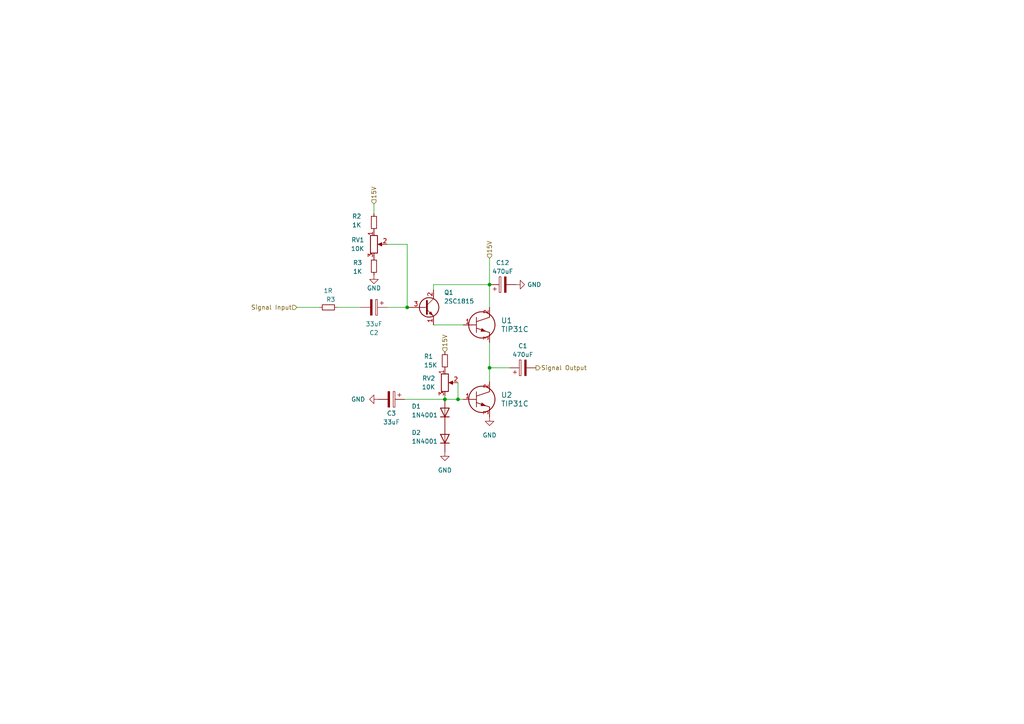
<source format=kicad_sch>
(kicad_sch (version 20230121) (generator eeschema)

  (uuid 1713b902-fc37-48a5-9cf5-b4caf37d6a93)

  (paper "A4")

  (lib_symbols
    (symbol "Device:C_Polarized" (pin_numbers hide) (pin_names (offset 0.254)) (in_bom yes) (on_board yes)
      (property "Reference" "C" (at 0.635 2.54 0)
        (effects (font (size 1.27 1.27)) (justify left))
      )
      (property "Value" "C_Polarized" (at 0.635 -2.54 0)
        (effects (font (size 1.27 1.27)) (justify left))
      )
      (property "Footprint" "" (at 0.9652 -3.81 0)
        (effects (font (size 1.27 1.27)) hide)
      )
      (property "Datasheet" "~" (at 0 0 0)
        (effects (font (size 1.27 1.27)) hide)
      )
      (property "ki_keywords" "cap capacitor" (at 0 0 0)
        (effects (font (size 1.27 1.27)) hide)
      )
      (property "ki_description" "Polarized capacitor" (at 0 0 0)
        (effects (font (size 1.27 1.27)) hide)
      )
      (property "ki_fp_filters" "CP_*" (at 0 0 0)
        (effects (font (size 1.27 1.27)) hide)
      )
      (symbol "C_Polarized_0_1"
        (rectangle (start -2.286 0.508) (end 2.286 1.016)
          (stroke (width 0) (type default))
          (fill (type none))
        )
        (polyline
          (pts
            (xy -1.778 2.286)
            (xy -0.762 2.286)
          )
          (stroke (width 0) (type default))
          (fill (type none))
        )
        (polyline
          (pts
            (xy -1.27 2.794)
            (xy -1.27 1.778)
          )
          (stroke (width 0) (type default))
          (fill (type none))
        )
        (rectangle (start 2.286 -0.508) (end -2.286 -1.016)
          (stroke (width 0) (type default))
          (fill (type outline))
        )
      )
      (symbol "C_Polarized_1_1"
        (pin passive line (at 0 3.81 270) (length 2.794)
          (name "~" (effects (font (size 1.27 1.27))))
          (number "1" (effects (font (size 1.27 1.27))))
        )
        (pin passive line (at 0 -3.81 90) (length 2.794)
          (name "~" (effects (font (size 1.27 1.27))))
          (number "2" (effects (font (size 1.27 1.27))))
        )
      )
    )
    (symbol "Device:R_Potentiometer" (pin_names (offset 1.016) hide) (in_bom yes) (on_board yes)
      (property "Reference" "RV" (at -4.445 0 90)
        (effects (font (size 1.27 1.27)))
      )
      (property "Value" "R_Potentiometer" (at -2.54 0 90)
        (effects (font (size 1.27 1.27)))
      )
      (property "Footprint" "" (at 0 0 0)
        (effects (font (size 1.27 1.27)) hide)
      )
      (property "Datasheet" "~" (at 0 0 0)
        (effects (font (size 1.27 1.27)) hide)
      )
      (property "ki_keywords" "resistor variable" (at 0 0 0)
        (effects (font (size 1.27 1.27)) hide)
      )
      (property "ki_description" "Potentiometer" (at 0 0 0)
        (effects (font (size 1.27 1.27)) hide)
      )
      (property "ki_fp_filters" "Potentiometer*" (at 0 0 0)
        (effects (font (size 1.27 1.27)) hide)
      )
      (symbol "R_Potentiometer_0_1"
        (polyline
          (pts
            (xy 2.54 0)
            (xy 1.524 0)
          )
          (stroke (width 0) (type default))
          (fill (type none))
        )
        (polyline
          (pts
            (xy 1.143 0)
            (xy 2.286 0.508)
            (xy 2.286 -0.508)
            (xy 1.143 0)
          )
          (stroke (width 0) (type default))
          (fill (type outline))
        )
        (rectangle (start 1.016 2.54) (end -1.016 -2.54)
          (stroke (width 0.254) (type default))
          (fill (type none))
        )
      )
      (symbol "R_Potentiometer_1_1"
        (pin passive line (at 0 3.81 270) (length 1.27)
          (name "1" (effects (font (size 1.27 1.27))))
          (number "1" (effects (font (size 1.27 1.27))))
        )
        (pin passive line (at 3.81 0 180) (length 1.27)
          (name "2" (effects (font (size 1.27 1.27))))
          (number "2" (effects (font (size 1.27 1.27))))
        )
        (pin passive line (at 0 -3.81 90) (length 1.27)
          (name "3" (effects (font (size 1.27 1.27))))
          (number "3" (effects (font (size 1.27 1.27))))
        )
      )
    )
    (symbol "Device:R_Small" (pin_numbers hide) (pin_names (offset 0.254) hide) (in_bom yes) (on_board yes)
      (property "Reference" "R" (at 0.762 0.508 0)
        (effects (font (size 1.27 1.27)) (justify left))
      )
      (property "Value" "R_Small" (at 0.762 -1.016 0)
        (effects (font (size 1.27 1.27)) (justify left))
      )
      (property "Footprint" "" (at 0 0 0)
        (effects (font (size 1.27 1.27)) hide)
      )
      (property "Datasheet" "~" (at 0 0 0)
        (effects (font (size 1.27 1.27)) hide)
      )
      (property "ki_keywords" "R resistor" (at 0 0 0)
        (effects (font (size 1.27 1.27)) hide)
      )
      (property "ki_description" "Resistor, small symbol" (at 0 0 0)
        (effects (font (size 1.27 1.27)) hide)
      )
      (property "ki_fp_filters" "R_*" (at 0 0 0)
        (effects (font (size 1.27 1.27)) hide)
      )
      (symbol "R_Small_0_1"
        (rectangle (start -0.762 1.778) (end 0.762 -1.778)
          (stroke (width 0.2032) (type default))
          (fill (type none))
        )
      )
      (symbol "R_Small_1_1"
        (pin passive line (at 0 2.54 270) (length 0.762)
          (name "~" (effects (font (size 1.27 1.27))))
          (number "1" (effects (font (size 1.27 1.27))))
        )
        (pin passive line (at 0 -2.54 90) (length 0.762)
          (name "~" (effects (font (size 1.27 1.27))))
          (number "2" (effects (font (size 1.27 1.27))))
        )
      )
    )
    (symbol "Diode:1N4001" (pin_numbers hide) (pin_names hide) (in_bom yes) (on_board yes)
      (property "Reference" "D" (at 0 2.54 0)
        (effects (font (size 1.27 1.27)))
      )
      (property "Value" "1N4001" (at 0 -2.54 0)
        (effects (font (size 1.27 1.27)))
      )
      (property "Footprint" "Diode_THT:D_DO-41_SOD81_P10.16mm_Horizontal" (at 0 0 0)
        (effects (font (size 1.27 1.27)) hide)
      )
      (property "Datasheet" "http://www.vishay.com/docs/88503/1n4001.pdf" (at 0 0 0)
        (effects (font (size 1.27 1.27)) hide)
      )
      (property "Sim.Device" "D" (at 0 0 0)
        (effects (font (size 1.27 1.27)) hide)
      )
      (property "Sim.Pins" "1=K 2=A" (at 0 0 0)
        (effects (font (size 1.27 1.27)) hide)
      )
      (property "ki_keywords" "diode" (at 0 0 0)
        (effects (font (size 1.27 1.27)) hide)
      )
      (property "ki_description" "50V 1A General Purpose Rectifier Diode, DO-41" (at 0 0 0)
        (effects (font (size 1.27 1.27)) hide)
      )
      (property "ki_fp_filters" "D*DO?41*" (at 0 0 0)
        (effects (font (size 1.27 1.27)) hide)
      )
      (symbol "1N4001_0_1"
        (polyline
          (pts
            (xy -1.27 1.27)
            (xy -1.27 -1.27)
          )
          (stroke (width 0.254) (type default))
          (fill (type none))
        )
        (polyline
          (pts
            (xy 1.27 0)
            (xy -1.27 0)
          )
          (stroke (width 0) (type default))
          (fill (type none))
        )
        (polyline
          (pts
            (xy 1.27 1.27)
            (xy 1.27 -1.27)
            (xy -1.27 0)
            (xy 1.27 1.27)
          )
          (stroke (width 0.254) (type default))
          (fill (type none))
        )
      )
      (symbol "1N4001_1_1"
        (pin passive line (at -3.81 0 0) (length 2.54)
          (name "K" (effects (font (size 1.27 1.27))))
          (number "1" (effects (font (size 1.27 1.27))))
        )
        (pin passive line (at 3.81 0 180) (length 2.54)
          (name "A" (effects (font (size 1.27 1.27))))
          (number "2" (effects (font (size 1.27 1.27))))
        )
      )
    )
    (symbol "Kerrin:TIP31C" (pin_names (offset 0.254)) (in_bom yes) (on_board yes)
      (property "Reference" "U" (at 10.16 2.54 0)
        (effects (font (size 1.524 1.524)))
      )
      (property "Value" "TIP31C" (at 10.16 -2.54 0)
        (effects (font (size 1.524 1.524)))
      )
      (property "Footprint" "" (at 0 0 0)
        (effects (font (size 1.27 1.27) italic) hide)
      )
      (property "Datasheet" "TIP31C" (at 0 0 0)
        (effects (font (size 1.27 1.27) italic) hide)
      )
      (property "ki_keywords" "TIP31C" (at 0 0 0)
        (effects (font (size 1.27 1.27)) hide)
      )
      (property "ki_fp_filters" "TO-220_STM" (at 0 0 0)
        (effects (font (size 1.27 1.27)) hide)
      )
      (symbol "TIP31C_1_1"
        (polyline
          (pts
            (xy 2.54 0)
            (xy 3.81 0)
          )
          (stroke (width 0.2032) (type default))
          (fill (type none))
        )
        (polyline
          (pts
            (xy 3.81 -2.2098)
            (xy 3.81 2.2098)
          )
          (stroke (width 0.2032) (type default))
          (fill (type none))
        )
        (polyline
          (pts
            (xy 3.81 -0.9398)
            (xy 7.62 -2.2098)
          )
          (stroke (width 0.2032) (type default))
          (fill (type none))
        )
        (polyline
          (pts
            (xy 3.81 0.9398)
            (xy 7.62 2.2098)
          )
          (stroke (width 0.2032) (type default))
          (fill (type none))
        )
        (polyline
          (pts
            (xy 7.62 -2.54)
            (xy 7.62 -2.2098)
          )
          (stroke (width 0.2032) (type default))
          (fill (type none))
        )
        (polyline
          (pts
            (xy 7.62 2.2098)
            (xy 7.62 2.54)
          )
          (stroke (width 0.2032) (type default))
          (fill (type none))
        )
        (polyline
          (pts
            (xy 5.3848 -0.9398)
            (xy 5.08 -1.905)
            (xy 6.6548 -1.905)
          )
          (stroke (width 0.0254) (type default))
          (fill (type outline))
        )
        (circle (center 5.3848 0) (radius 3.81)
          (stroke (width 0.254) (type default))
          (fill (type none))
        )
        (pin unspecified line (at 0 0 0) (length 2.54)
          (name "" (effects (font (size 1.27 1.27))))
          (number "1" (effects (font (size 1.27 1.27))))
        )
        (pin unspecified line (at 7.62 5.08 270) (length 2.54)
          (name "" (effects (font (size 1.27 1.27))))
          (number "2" (effects (font (size 1.27 1.27))))
        )
        (pin unspecified line (at 7.62 -5.08 90) (length 2.54)
          (name "" (effects (font (size 1.27 1.27))))
          (number "3" (effects (font (size 1.27 1.27))))
        )
      )
    )
    (symbol "Transistor_BJT:2SC1815" (pin_names (offset 0) hide) (in_bom yes) (on_board yes)
      (property "Reference" "Q" (at 5.08 1.905 0)
        (effects (font (size 1.27 1.27)) (justify left))
      )
      (property "Value" "2SC1815" (at 5.08 0 0)
        (effects (font (size 1.27 1.27)) (justify left))
      )
      (property "Footprint" "Package_TO_SOT_THT:TO-92_Inline" (at 5.08 -1.905 0)
        (effects (font (size 1.27 1.27) italic) (justify left) hide)
      )
      (property "Datasheet" "https://media.digikey.com/pdf/Data%20Sheets/Toshiba%20PDFs/2SC1815.pdf" (at 0 0 0)
        (effects (font (size 1.27 1.27)) (justify left) hide)
      )
      (property "ki_keywords" "Low Noise Audio NPN Transistor" (at 0 0 0)
        (effects (font (size 1.27 1.27)) hide)
      )
      (property "ki_description" "0.15A Ic, 50V Vce, Low Noise Audio NPN Transistor, TO-92" (at 0 0 0)
        (effects (font (size 1.27 1.27)) hide)
      )
      (property "ki_fp_filters" "TO?92*" (at 0 0 0)
        (effects (font (size 1.27 1.27)) hide)
      )
      (symbol "2SC1815_0_1"
        (polyline
          (pts
            (xy 0 0)
            (xy 0.508 0)
          )
          (stroke (width 0) (type default))
          (fill (type none))
        )
        (polyline
          (pts
            (xy 0.635 0.635)
            (xy 2.54 2.54)
          )
          (stroke (width 0) (type default))
          (fill (type none))
        )
        (polyline
          (pts
            (xy 0.635 -0.635)
            (xy 2.54 -2.54)
            (xy 2.54 -2.54)
          )
          (stroke (width 0) (type default))
          (fill (type none))
        )
        (polyline
          (pts
            (xy 0.635 1.905)
            (xy 0.635 -1.905)
            (xy 0.635 -1.905)
          )
          (stroke (width 0.508) (type default))
          (fill (type none))
        )
        (polyline
          (pts
            (xy 1.27 -1.778)
            (xy 1.778 -1.27)
            (xy 2.286 -2.286)
            (xy 1.27 -1.778)
            (xy 1.27 -1.778)
          )
          (stroke (width 0) (type default))
          (fill (type outline))
        )
        (circle (center 1.27 0) (radius 2.8194)
          (stroke (width 0.254) (type default))
          (fill (type none))
        )
      )
      (symbol "2SC1815_1_1"
        (pin passive line (at 2.54 -5.08 90) (length 2.54)
          (name "E" (effects (font (size 1.27 1.27))))
          (number "1" (effects (font (size 1.27 1.27))))
        )
        (pin passive line (at 2.54 5.08 270) (length 2.54)
          (name "C" (effects (font (size 1.27 1.27))))
          (number "2" (effects (font (size 1.27 1.27))))
        )
        (pin input line (at -5.08 0 0) (length 5.08)
          (name "B" (effects (font (size 1.27 1.27))))
          (number "3" (effects (font (size 1.27 1.27))))
        )
      )
    )
    (symbol "power:GND" (power) (pin_names (offset 0)) (in_bom yes) (on_board yes)
      (property "Reference" "#PWR" (at 0 -6.35 0)
        (effects (font (size 1.27 1.27)) hide)
      )
      (property "Value" "GND" (at 0 -3.81 0)
        (effects (font (size 1.27 1.27)))
      )
      (property "Footprint" "" (at 0 0 0)
        (effects (font (size 1.27 1.27)) hide)
      )
      (property "Datasheet" "" (at 0 0 0)
        (effects (font (size 1.27 1.27)) hide)
      )
      (property "ki_keywords" "global power" (at 0 0 0)
        (effects (font (size 1.27 1.27)) hide)
      )
      (property "ki_description" "Power symbol creates a global label with name \"GND\" , ground" (at 0 0 0)
        (effects (font (size 1.27 1.27)) hide)
      )
      (symbol "GND_0_1"
        (polyline
          (pts
            (xy 0 0)
            (xy 0 -1.27)
            (xy 1.27 -1.27)
            (xy 0 -2.54)
            (xy -1.27 -1.27)
            (xy 0 -1.27)
          )
          (stroke (width 0) (type default))
          (fill (type none))
        )
      )
      (symbol "GND_1_1"
        (pin power_in line (at 0 0 270) (length 0) hide
          (name "GND" (effects (font (size 1.27 1.27))))
          (number "1" (effects (font (size 1.27 1.27))))
        )
      )
    )
  )

  (junction (at 129.032 115.824) (diameter 0) (color 0 0 0 0)
    (uuid 8d78a8ec-14ba-45d3-a9d3-b5c5444c8ffb)
  )
  (junction (at 118.11 89.154) (diameter 0) (color 0 0 0 0)
    (uuid 9e544827-ec37-43df-9970-270116db0710)
  )
  (junction (at 141.986 106.68) (diameter 0) (color 0 0 0 0)
    (uuid c9eac1b6-b403-4ffa-aea0-d4cdf5394782)
  )
  (junction (at 141.986 82.55) (diameter 0) (color 0 0 0 0)
    (uuid d8fd4860-a08d-4004-ac22-03b7dda7a52c)
  )
  (junction (at 132.842 115.824) (diameter 0) (color 0 0 0 0)
    (uuid e7ff9908-6c2c-430c-8971-da9ca82372ca)
  )

  (wire (pts (xy 108.458 59.182) (xy 108.458 61.976))
    (stroke (width 0) (type default))
    (uuid 348e0476-126f-4971-873c-41a665fdd0e3)
  )
  (wire (pts (xy 129.032 114.808) (xy 129.032 115.824))
    (stroke (width 0) (type default))
    (uuid 3649a2e1-45b8-4b21-8386-08aabbebbd35)
  )
  (wire (pts (xy 97.79 89.154) (xy 104.648 89.154))
    (stroke (width 0) (type default))
    (uuid 4ae87a34-57ad-45f7-b8c5-e5fe23b08292)
  )
  (wire (pts (xy 125.73 82.55) (xy 141.986 82.55))
    (stroke (width 0) (type default))
    (uuid 62b72c9e-ee8d-4776-9da5-63183cc71308)
  )
  (wire (pts (xy 129.032 115.824) (xy 132.842 115.824))
    (stroke (width 0) (type default))
    (uuid 745245aa-2621-4417-9571-1d1c0f9e93d1)
  )
  (wire (pts (xy 141.986 106.68) (xy 141.986 110.744))
    (stroke (width 0) (type default))
    (uuid 7986c00c-938e-48ff-9642-24006ff46045)
  )
  (wire (pts (xy 118.11 70.866) (xy 118.11 89.154))
    (stroke (width 0) (type default))
    (uuid 7d8f77d9-335c-40b3-aa3b-b865cc97a012)
  )
  (wire (pts (xy 118.11 70.866) (xy 112.268 70.866))
    (stroke (width 0) (type default))
    (uuid 7e7e498b-07f3-4bd8-8c42-c8378fd22df7)
  )
  (wire (pts (xy 147.828 106.68) (xy 141.986 106.68))
    (stroke (width 0) (type default))
    (uuid 84b8953d-3ec6-4404-958b-7fc9462d1887)
  )
  (wire (pts (xy 134.366 94.234) (xy 125.73 94.234))
    (stroke (width 0) (type default))
    (uuid 85bd1461-0a1b-4e6c-90b6-3ef57120588c)
  )
  (wire (pts (xy 132.842 110.998) (xy 132.842 115.824))
    (stroke (width 0) (type default))
    (uuid 9d5877f9-7408-4cca-8c4c-c65a2126c35b)
  )
  (wire (pts (xy 132.842 115.824) (xy 134.366 115.824))
    (stroke (width 0) (type default))
    (uuid a16527df-3055-44fa-8368-d219c38355f1)
  )
  (wire (pts (xy 125.73 82.55) (xy 125.73 84.074))
    (stroke (width 0) (type default))
    (uuid ad4841ed-4f8f-4be5-90d2-87d0b10d87fd)
  )
  (wire (pts (xy 141.986 82.55) (xy 141.986 89.154))
    (stroke (width 0) (type default))
    (uuid b0059a93-6f29-4dd4-9229-1875893c4076)
  )
  (wire (pts (xy 86.106 89.154) (xy 92.71 89.154))
    (stroke (width 0) (type default))
    (uuid d4dc0c52-48c1-4a81-b6d7-7d2db21386c4)
  )
  (wire (pts (xy 141.986 99.314) (xy 141.986 106.68))
    (stroke (width 0) (type default))
    (uuid e00e1d67-4e43-49ea-ab82-893135f225d9)
  )
  (wire (pts (xy 141.986 74.93) (xy 141.986 82.55))
    (stroke (width 0) (type default))
    (uuid e237080f-2821-49f5-8d53-08fbce1578a8)
  )
  (wire (pts (xy 117.348 115.824) (xy 129.032 115.824))
    (stroke (width 0) (type default))
    (uuid ed232b63-541c-43e0-b049-594f41913143)
  )
  (wire (pts (xy 112.268 89.154) (xy 118.11 89.154))
    (stroke (width 0) (type default))
    (uuid f9176173-7bf2-423f-9835-9bb88b8812c3)
  )

  (hierarchical_label "15V" (shape input) (at 108.458 59.182 90) (fields_autoplaced)
    (effects (font (size 1.27 1.27)) (justify left))
    (uuid 1c78adba-b7cc-47a9-a284-19425ffffb6c)
  )
  (hierarchical_label "Signal Input" (shape input) (at 86.106 89.154 180) (fields_autoplaced)
    (effects (font (size 1.27 1.27)) (justify right))
    (uuid 2d69ad60-6f68-47d3-bd75-e50dbc55f1c5)
  )
  (hierarchical_label "Signal Output" (shape output) (at 155.448 106.68 0) (fields_autoplaced)
    (effects (font (size 1.27 1.27)) (justify left))
    (uuid 34a78363-0a8d-4376-a532-8d5bbd6e7610)
  )
  (hierarchical_label "15V" (shape input) (at 129.032 102.108 90) (fields_autoplaced)
    (effects (font (size 1.27 1.27)) (justify left))
    (uuid 3af8762a-1078-4b75-836e-65467ef48beb)
  )
  (hierarchical_label "15V" (shape input) (at 141.986 74.93 90) (fields_autoplaced)
    (effects (font (size 1.27 1.27)) (justify left))
    (uuid 55d4dab7-9fc1-4fd7-8996-56cee383c6eb)
  )

  (symbol (lib_id "Kerrin:TIP31C") (at 134.366 115.824 0) (unit 1)
    (in_bom yes) (on_board yes) (dnp no) (fields_autoplaced)
    (uuid 042e3c1f-d7ca-49d6-a5e6-fe7dc0b9ccb8)
    (property "Reference" "U2" (at 145.288 114.554 0)
      (effects (font (size 1.524 1.524)) (justify left))
    )
    (property "Value" "TIP31C" (at 145.288 117.094 0)
      (effects (font (size 1.524 1.524)) (justify left))
    )
    (property "Footprint" "Kerrin:TO-220-3_Horizontal_TabUp_FlatLegs" (at 134.366 115.824 0)
      (effects (font (size 1.27 1.27) italic) hide)
    )
    (property "Datasheet" "TIP31C" (at 134.366 115.824 0)
      (effects (font (size 1.27 1.27) italic) hide)
    )
    (pin "1" (uuid e6222665-6aae-467c-9d75-813aebe53006))
    (pin "2" (uuid 06da1a30-3299-4796-8f39-af9d288287ba))
    (pin "3" (uuid 251847ec-846a-4c5f-a3fb-6dc800329142))
    (instances
      (project "Headphone Amplifier - Rev 2"
        (path "/842b3511-2fe8-441f-a549-24048f27a319"
          (reference "U2") (unit 1)
        )
        (path "/842b3511-2fe8-441f-a549-24048f27a319/38d15eec-8f2c-4b86-934e-ea0378dd1481"
          (reference "U8") (unit 1)
        )
        (path "/842b3511-2fe8-441f-a549-24048f27a319/9cb9cd3e-4b97-4275-a0e6-5a9064c292bc"
          (reference "U2") (unit 1)
        )
      )
    )
  )

  (symbol (lib_id "power:GND") (at 129.032 131.064 0) (unit 1)
    (in_bom yes) (on_board yes) (dnp no) (fields_autoplaced)
    (uuid 0a91799a-8810-410b-97af-aefaba8d16d9)
    (property "Reference" "#PWR06" (at 129.032 137.414 0)
      (effects (font (size 1.27 1.27)) hide)
    )
    (property "Value" "GND" (at 129.032 136.398 0)
      (effects (font (size 1.27 1.27)))
    )
    (property "Footprint" "" (at 129.032 131.064 0)
      (effects (font (size 1.27 1.27)) hide)
    )
    (property "Datasheet" "" (at 129.032 131.064 0)
      (effects (font (size 1.27 1.27)) hide)
    )
    (pin "1" (uuid 2f364bb6-09b1-41e4-9eeb-c88201d3a02f))
    (instances
      (project "Headphone Amplifier - Rev 2"
        (path "/842b3511-2fe8-441f-a549-24048f27a319"
          (reference "#PWR06") (unit 1)
        )
        (path "/842b3511-2fe8-441f-a549-24048f27a319/38d15eec-8f2c-4b86-934e-ea0378dd1481"
          (reference "#PWR024") (unit 1)
        )
        (path "/842b3511-2fe8-441f-a549-24048f27a319/9cb9cd3e-4b97-4275-a0e6-5a9064c292bc"
          (reference "#PWR09") (unit 1)
        )
      )
    )
  )

  (symbol (lib_id "power:GND") (at 141.986 120.904 0) (unit 1)
    (in_bom yes) (on_board yes) (dnp no) (fields_autoplaced)
    (uuid 2d03d9c7-3e39-4a64-b7c4-3323cce56c7d)
    (property "Reference" "#PWR05" (at 141.986 127.254 0)
      (effects (font (size 1.27 1.27)) hide)
    )
    (property "Value" "GND" (at 141.986 126.238 0)
      (effects (font (size 1.27 1.27)))
    )
    (property "Footprint" "" (at 141.986 120.904 0)
      (effects (font (size 1.27 1.27)) hide)
    )
    (property "Datasheet" "" (at 141.986 120.904 0)
      (effects (font (size 1.27 1.27)) hide)
    )
    (pin "1" (uuid 0470e8a7-fb2e-4b48-8de3-d8d3c8ef3caa))
    (instances
      (project "Headphone Amplifier - Rev 2"
        (path "/842b3511-2fe8-441f-a549-24048f27a319"
          (reference "#PWR05") (unit 1)
        )
        (path "/842b3511-2fe8-441f-a549-24048f27a319/38d15eec-8f2c-4b86-934e-ea0378dd1481"
          (reference "#PWR025") (unit 1)
        )
        (path "/842b3511-2fe8-441f-a549-24048f27a319/9cb9cd3e-4b97-4275-a0e6-5a9064c292bc"
          (reference "#PWR010") (unit 1)
        )
      )
    )
  )

  (symbol (lib_id "Device:R_Small") (at 108.458 77.216 0) (unit 1)
    (in_bom yes) (on_board yes) (dnp no)
    (uuid 2e09a393-5e55-4eca-8177-a65217d5de1d)
    (property "Reference" "R3" (at 102.362 76.2 0)
      (effects (font (size 1.27 1.27)) (justify left))
    )
    (property "Value" "1K" (at 102.362 78.74 0)
      (effects (font (size 1.27 1.27)) (justify left))
    )
    (property "Footprint" "Kerrin:Resistor_Axial_0.25W_L6.3mm_D2.5mm_P10.16mm" (at 108.458 77.216 0)
      (effects (font (size 1.27 1.27)) hide)
    )
    (property "Datasheet" "~" (at 108.458 77.216 0)
      (effects (font (size 1.27 1.27)) hide)
    )
    (pin "1" (uuid ee545e03-e0eb-40d9-adaa-8dd4a1621b03))
    (pin "2" (uuid b6b91e0c-63ba-4be0-bdad-c051caf5f0ab))
    (instances
      (project "Headphone Amplifier - Rev 2"
        (path "/842b3511-2fe8-441f-a549-24048f27a319"
          (reference "R3") (unit 1)
        )
        (path "/842b3511-2fe8-441f-a549-24048f27a319/38d15eec-8f2c-4b86-934e-ea0378dd1481"
          (reference "R13") (unit 1)
        )
        (path "/842b3511-2fe8-441f-a549-24048f27a319/9cb9cd3e-4b97-4275-a0e6-5a9064c292bc"
          (reference "R2") (unit 1)
        )
      )
    )
  )

  (symbol (lib_id "Transistor_BJT:2SC1815") (at 123.19 89.154 0) (unit 1)
    (in_bom yes) (on_board yes) (dnp no)
    (uuid 37a46457-14eb-45e3-b6a4-282dfdaf46b6)
    (property "Reference" "Q1" (at 128.778 84.836 0)
      (effects (font (size 1.27 1.27)) (justify left))
    )
    (property "Value" "2SC1815" (at 128.778 87.376 0)
      (effects (font (size 1.27 1.27)) (justify left))
    )
    (property "Footprint" "Package_TO_SOT_THT:TO-92_Inline_Wide" (at 128.27 91.059 0)
      (effects (font (size 1.27 1.27) italic) (justify left) hide)
    )
    (property "Datasheet" "https://media.digikey.com/pdf/Data%20Sheets/Toshiba%20PDFs/2SC1815.pdf" (at 123.19 89.154 0)
      (effects (font (size 1.27 1.27)) (justify left) hide)
    )
    (pin "1" (uuid 084efd9a-1f0e-408f-af49-56cfc55f0c77))
    (pin "2" (uuid 805406fb-7459-47b1-95a7-ac8b95a88a56))
    (pin "3" (uuid 0dd0753d-0fc5-452a-9079-1ee3b936b09a))
    (instances
      (project "Headphone Amplifier - Rev 2"
        (path "/842b3511-2fe8-441f-a549-24048f27a319"
          (reference "Q1") (unit 1)
        )
        (path "/842b3511-2fe8-441f-a549-24048f27a319/38d15eec-8f2c-4b86-934e-ea0378dd1481"
          (reference "Q3") (unit 1)
        )
        (path "/842b3511-2fe8-441f-a549-24048f27a319/9cb9cd3e-4b97-4275-a0e6-5a9064c292bc"
          (reference "Q1") (unit 1)
        )
      )
    )
  )

  (symbol (lib_id "Device:R_Small") (at 129.032 104.648 0) (unit 1)
    (in_bom yes) (on_board yes) (dnp no)
    (uuid 3b4b85d2-223e-4ed9-ac97-6b1bf482ef0a)
    (property "Reference" "R1" (at 122.936 103.378 0)
      (effects (font (size 1.27 1.27)) (justify left))
    )
    (property "Value" "15K" (at 122.936 105.918 0)
      (effects (font (size 1.27 1.27)) (justify left))
    )
    (property "Footprint" "Kerrin:Resistor_Axial_0.25W_L6.3mm_D2.5mm_P10.16mm" (at 129.032 104.648 0)
      (effects (font (size 1.27 1.27)) hide)
    )
    (property "Datasheet" "~" (at 129.032 104.648 0)
      (effects (font (size 1.27 1.27)) hide)
    )
    (pin "1" (uuid 751aef23-1795-4268-add7-b068d4843b78))
    (pin "2" (uuid af431bd8-ca10-40d9-80db-9ac3b98ddabc))
    (instances
      (project "Headphone Amplifier - Rev 2"
        (path "/842b3511-2fe8-441f-a549-24048f27a319"
          (reference "R1") (unit 1)
        )
        (path "/842b3511-2fe8-441f-a549-24048f27a319/38d15eec-8f2c-4b86-934e-ea0378dd1481"
          (reference "R14") (unit 1)
        )
        (path "/842b3511-2fe8-441f-a549-24048f27a319/9cb9cd3e-4b97-4275-a0e6-5a9064c292bc"
          (reference "R3") (unit 1)
        )
      )
    )
  )

  (symbol (lib_id "Device:R_Small") (at 108.458 64.516 0) (unit 1)
    (in_bom yes) (on_board yes) (dnp no)
    (uuid 4a8536f0-7be7-4fca-a98d-3391a9879cd7)
    (property "Reference" "R2" (at 102.108 62.738 0)
      (effects (font (size 1.27 1.27)) (justify left))
    )
    (property "Value" "1K" (at 102.108 65.278 0)
      (effects (font (size 1.27 1.27)) (justify left))
    )
    (property "Footprint" "Kerrin:Resistor_Axial_0.25W_L6.3mm_D2.5mm_P10.16mm" (at 108.458 64.516 0)
      (effects (font (size 1.27 1.27)) hide)
    )
    (property "Datasheet" "~" (at 108.458 64.516 0)
      (effects (font (size 1.27 1.27)) hide)
    )
    (pin "1" (uuid 409116a0-a172-4493-b28e-18e934492bf6))
    (pin "2" (uuid c34d5f27-fccc-4098-91c2-68f436aa014a))
    (instances
      (project "Headphone Amplifier - Rev 2"
        (path "/842b3511-2fe8-441f-a549-24048f27a319"
          (reference "R2") (unit 1)
        )
        (path "/842b3511-2fe8-441f-a549-24048f27a319/38d15eec-8f2c-4b86-934e-ea0378dd1481"
          (reference "R12") (unit 1)
        )
        (path "/842b3511-2fe8-441f-a549-24048f27a319/9cb9cd3e-4b97-4275-a0e6-5a9064c292bc"
          (reference "R1") (unit 1)
        )
      )
    )
  )

  (symbol (lib_id "power:GND") (at 149.606 82.55 90) (unit 1)
    (in_bom yes) (on_board yes) (dnp no) (fields_autoplaced)
    (uuid 6d4929ce-46ab-49b8-80ad-7347df349a1d)
    (property "Reference" "#PWR010" (at 155.956 82.55 0)
      (effects (font (size 1.27 1.27)) hide)
    )
    (property "Value" "GND" (at 152.908 82.55 90)
      (effects (font (size 1.27 1.27)) (justify right))
    )
    (property "Footprint" "" (at 149.606 82.55 0)
      (effects (font (size 1.27 1.27)) hide)
    )
    (property "Datasheet" "" (at 149.606 82.55 0)
      (effects (font (size 1.27 1.27)) hide)
    )
    (pin "1" (uuid 81baa3a8-ef2f-402b-85f9-5d24ead28e24))
    (instances
      (project "Headphone Amplifier - Rev 2"
        (path "/842b3511-2fe8-441f-a549-24048f27a319"
          (reference "#PWR010") (unit 1)
        )
        (path "/842b3511-2fe8-441f-a549-24048f27a319/38d15eec-8f2c-4b86-934e-ea0378dd1481"
          (reference "#PWR026") (unit 1)
        )
        (path "/842b3511-2fe8-441f-a549-24048f27a319/9cb9cd3e-4b97-4275-a0e6-5a9064c292bc"
          (reference "#PWR014") (unit 1)
        )
      )
    )
  )

  (symbol (lib_id "power:GND") (at 108.458 79.756 0) (unit 1)
    (in_bom yes) (on_board yes) (dnp no)
    (uuid 6e3bc2c9-f686-486d-82c2-54e3ee6b12ff)
    (property "Reference" "#PWR07" (at 108.458 86.106 0)
      (effects (font (size 1.27 1.27)) hide)
    )
    (property "Value" "GND" (at 108.458 83.566 0)
      (effects (font (size 1.27 1.27)))
    )
    (property "Footprint" "" (at 108.458 79.756 0)
      (effects (font (size 1.27 1.27)) hide)
    )
    (property "Datasheet" "" (at 108.458 79.756 0)
      (effects (font (size 1.27 1.27)) hide)
    )
    (pin "1" (uuid 12e2d0d0-c196-4906-abb4-360261fe04e0))
    (instances
      (project "Headphone Amplifier - Rev 2"
        (path "/842b3511-2fe8-441f-a549-24048f27a319"
          (reference "#PWR07") (unit 1)
        )
        (path "/842b3511-2fe8-441f-a549-24048f27a319/38d15eec-8f2c-4b86-934e-ea0378dd1481"
          (reference "#PWR022") (unit 1)
        )
        (path "/842b3511-2fe8-441f-a549-24048f27a319/9cb9cd3e-4b97-4275-a0e6-5a9064c292bc"
          (reference "#PWR06") (unit 1)
        )
      )
    )
  )

  (symbol (lib_id "Diode:1N4001") (at 129.032 127.254 90) (unit 1)
    (in_bom yes) (on_board yes) (dnp no)
    (uuid 7161a98a-40a8-44dc-896d-e233d99253bd)
    (property "Reference" "D2" (at 119.38 125.476 90)
      (effects (font (size 1.27 1.27)) (justify right))
    )
    (property "Value" "1N4001" (at 119.38 128.016 90)
      (effects (font (size 1.27 1.27)) (justify right))
    )
    (property "Footprint" "Diode_THT:D_DO-41_SOD81_P10.16mm_Horizontal" (at 129.032 127.254 0)
      (effects (font (size 1.27 1.27)) hide)
    )
    (property "Datasheet" "http://www.vishay.com/docs/88503/1n4001.pdf" (at 129.032 127.254 0)
      (effects (font (size 1.27 1.27)) hide)
    )
    (property "Sim.Device" "D" (at 129.032 127.254 0)
      (effects (font (size 1.27 1.27)) hide)
    )
    (property "Sim.Pins" "1=K 2=A" (at 129.032 127.254 0)
      (effects (font (size 1.27 1.27)) hide)
    )
    (pin "1" (uuid aecfab45-cf0f-4155-a5e1-4d8027e9214e))
    (pin "2" (uuid c46293a8-dd4f-489c-9e42-96130074750f))
    (instances
      (project "Headphone Amplifier - Rev 2"
        (path "/842b3511-2fe8-441f-a549-24048f27a319"
          (reference "D2") (unit 1)
        )
        (path "/842b3511-2fe8-441f-a549-24048f27a319/38d15eec-8f2c-4b86-934e-ea0378dd1481"
          (reference "D13") (unit 1)
        )
        (path "/842b3511-2fe8-441f-a549-24048f27a319/9cb9cd3e-4b97-4275-a0e6-5a9064c292bc"
          (reference "D2") (unit 1)
        )
      )
    )
  )

  (symbol (lib_id "Kerrin:TIP31C") (at 134.366 94.234 0) (unit 1)
    (in_bom yes) (on_board yes) (dnp no) (fields_autoplaced)
    (uuid 8913611e-08a2-421c-8188-59e93d2f61fa)
    (property "Reference" "U1" (at 145.288 92.964 0)
      (effects (font (size 1.524 1.524)) (justify left))
    )
    (property "Value" "TIP31C" (at 145.288 95.504 0)
      (effects (font (size 1.524 1.524)) (justify left))
    )
    (property "Footprint" "Kerrin:TO-220-3_Horizontal_TabUp_FlatLegs" (at 134.366 94.234 0)
      (effects (font (size 1.27 1.27) italic) hide)
    )
    (property "Datasheet" "TIP31C" (at 134.366 94.234 0)
      (effects (font (size 1.27 1.27) italic) hide)
    )
    (pin "1" (uuid fdaa5a6c-0936-49ba-b272-4cd808cb0a42))
    (pin "2" (uuid f80f8acb-3e20-45b9-b243-b6ef3fd85650))
    (pin "3" (uuid dc50855c-b10b-4f4c-9920-d923f468dd1f))
    (instances
      (project "Headphone Amplifier - Rev 2"
        (path "/842b3511-2fe8-441f-a549-24048f27a319"
          (reference "U1") (unit 1)
        )
        (path "/842b3511-2fe8-441f-a549-24048f27a319/38d15eec-8f2c-4b86-934e-ea0378dd1481"
          (reference "U7") (unit 1)
        )
        (path "/842b3511-2fe8-441f-a549-24048f27a319/9cb9cd3e-4b97-4275-a0e6-5a9064c292bc"
          (reference "U1") (unit 1)
        )
      )
    )
  )

  (symbol (lib_id "Diode:1N4001") (at 129.032 119.634 90) (unit 1)
    (in_bom yes) (on_board yes) (dnp no)
    (uuid a0e019ff-4448-4cd6-be36-659649e040b2)
    (property "Reference" "D1" (at 119.38 117.856 90)
      (effects (font (size 1.27 1.27)) (justify right))
    )
    (property "Value" "1N4001" (at 119.38 120.396 90)
      (effects (font (size 1.27 1.27)) (justify right))
    )
    (property "Footprint" "Diode_THT:D_DO-41_SOD81_P10.16mm_Horizontal" (at 129.032 119.634 0)
      (effects (font (size 1.27 1.27)) hide)
    )
    (property "Datasheet" "http://www.vishay.com/docs/88503/1n4001.pdf" (at 129.032 119.634 0)
      (effects (font (size 1.27 1.27)) hide)
    )
    (property "Sim.Device" "D" (at 129.032 119.634 0)
      (effects (font (size 1.27 1.27)) hide)
    )
    (property "Sim.Pins" "1=K 2=A" (at 129.032 119.634 0)
      (effects (font (size 1.27 1.27)) hide)
    )
    (pin "1" (uuid 2339b6e3-0678-45af-8b19-135074d80e19))
    (pin "2" (uuid 51bc97c4-9f7f-405c-b463-9b2719cd3343))
    (instances
      (project "Headphone Amplifier - Rev 2"
        (path "/842b3511-2fe8-441f-a549-24048f27a319"
          (reference "D1") (unit 1)
        )
        (path "/842b3511-2fe8-441f-a549-24048f27a319/38d15eec-8f2c-4b86-934e-ea0378dd1481"
          (reference "D12") (unit 1)
        )
        (path "/842b3511-2fe8-441f-a549-24048f27a319/9cb9cd3e-4b97-4275-a0e6-5a9064c292bc"
          (reference "D1") (unit 1)
        )
      )
    )
  )

  (symbol (lib_id "Device:R_Potentiometer") (at 129.032 110.998 0) (unit 1)
    (in_bom yes) (on_board yes) (dnp no) (fields_autoplaced)
    (uuid a57802dc-1c0b-4cba-bb22-7b88a724e423)
    (property "Reference" "RV2" (at 126.238 109.728 0)
      (effects (font (size 1.27 1.27)) (justify right))
    )
    (property "Value" "10K" (at 126.238 112.268 0)
      (effects (font (size 1.27 1.27)) (justify right))
    )
    (property "Footprint" "Kerrin:Potentiometer_Bourns_3296W_Vertical" (at 129.032 110.998 0)
      (effects (font (size 1.27 1.27)) hide)
    )
    (property "Datasheet" "~" (at 129.032 110.998 0)
      (effects (font (size 1.27 1.27)) hide)
    )
    (pin "1" (uuid 2d0f4dd1-a281-4f6d-8f94-0ca823f1e7b2))
    (pin "2" (uuid b8e181e8-2c7a-4771-b333-71e97e930ec8))
    (pin "3" (uuid e709716e-eab7-451f-836d-a49c0910b767))
    (instances
      (project "Headphone Amplifier - Rev 2"
        (path "/842b3511-2fe8-441f-a549-24048f27a319"
          (reference "RV2") (unit 1)
        )
        (path "/842b3511-2fe8-441f-a549-24048f27a319/38d15eec-8f2c-4b86-934e-ea0378dd1481"
          (reference "RV12") (unit 1)
        )
        (path "/842b3511-2fe8-441f-a549-24048f27a319/9cb9cd3e-4b97-4275-a0e6-5a9064c292bc"
          (reference "RV4") (unit 1)
        )
      )
    )
  )

  (symbol (lib_id "Device:C_Polarized") (at 145.796 82.55 90) (unit 1)
    (in_bom yes) (on_board yes) (dnp no)
    (uuid a5dc2990-5d43-422f-b3d5-402dc680fe5d)
    (property "Reference" "C12" (at 145.796 76.2 90)
      (effects (font (size 1.27 1.27)))
    )
    (property "Value" "470uF" (at 145.796 78.74 90)
      (effects (font (size 1.27 1.27)))
    )
    (property "Footprint" "Capacitor_THT:C_Radial_D10.0mm_H12.5mm_P5.00mm" (at 149.606 81.5848 0)
      (effects (font (size 1.27 1.27)) hide)
    )
    (property "Datasheet" "~" (at 145.796 82.55 0)
      (effects (font (size 1.27 1.27)) hide)
    )
    (pin "1" (uuid 6c87b2d3-b9cf-4e4e-a9f2-f88d945d2c48))
    (pin "2" (uuid 864ba707-e56e-4c51-800f-4e44b87ce421))
    (instances
      (project "Headphone Amplifier - Rev 2"
        (path "/842b3511-2fe8-441f-a549-24048f27a319"
          (reference "C12") (unit 1)
        )
        (path "/842b3511-2fe8-441f-a549-24048f27a319/38d15eec-8f2c-4b86-934e-ea0378dd1481"
          (reference "C19") (unit 1)
        )
        (path "/842b3511-2fe8-441f-a549-24048f27a319/9cb9cd3e-4b97-4275-a0e6-5a9064c292bc"
          (reference "C3") (unit 1)
        )
      )
    )
  )

  (symbol (lib_id "Device:C_Polarized") (at 113.538 115.824 270) (unit 1)
    (in_bom yes) (on_board yes) (dnp no)
    (uuid b6043a9e-623f-4ec6-911d-2f0b89cb5de1)
    (property "Reference" "C3" (at 113.538 119.888 90)
      (effects (font (size 1.27 1.27)))
    )
    (property "Value" "33uF" (at 113.538 122.428 90)
      (effects (font (size 1.27 1.27)))
    )
    (property "Footprint" "Capacitor_THT:C_Radial_D6.3mm_H11.0mm_P2.50mm" (at 109.728 116.7892 0)
      (effects (font (size 1.27 1.27)) hide)
    )
    (property "Datasheet" "~" (at 113.538 115.824 0)
      (effects (font (size 1.27 1.27)) hide)
    )
    (pin "1" (uuid 7f6ef24d-fe48-4ad5-bdfd-4215701cb51e))
    (pin "2" (uuid d3a62109-6281-442d-b9d1-247f1b3f30f6))
    (instances
      (project "Headphone Amplifier - Rev 2"
        (path "/842b3511-2fe8-441f-a549-24048f27a319"
          (reference "C3") (unit 1)
        )
        (path "/842b3511-2fe8-441f-a549-24048f27a319/38d15eec-8f2c-4b86-934e-ea0378dd1481"
          (reference "C18") (unit 1)
        )
        (path "/842b3511-2fe8-441f-a549-24048f27a319/9cb9cd3e-4b97-4275-a0e6-5a9064c292bc"
          (reference "C2") (unit 1)
        )
      )
    )
  )

  (symbol (lib_id "Device:C_Polarized") (at 151.638 106.68 90) (unit 1)
    (in_bom yes) (on_board yes) (dnp no)
    (uuid bd36c963-768d-4f85-9679-5e88e197a91f)
    (property "Reference" "C1" (at 151.638 100.33 90)
      (effects (font (size 1.27 1.27)))
    )
    (property "Value" "470uF" (at 151.638 102.87 90)
      (effects (font (size 1.27 1.27)))
    )
    (property "Footprint" "Capacitor_THT:C_Radial_D10.0mm_H12.5mm_P5.00mm" (at 155.448 105.7148 0)
      (effects (font (size 1.27 1.27)) hide)
    )
    (property "Datasheet" "~" (at 151.638 106.68 0)
      (effects (font (size 1.27 1.27)) hide)
    )
    (pin "1" (uuid bc57d3f8-7b2e-40f0-b125-1e30da1883ab))
    (pin "2" (uuid 095140bc-3069-4f7d-b445-e6eebeb05b44))
    (instances
      (project "Headphone Amplifier - Rev 2"
        (path "/842b3511-2fe8-441f-a549-24048f27a319"
          (reference "C1") (unit 1)
        )
        (path "/842b3511-2fe8-441f-a549-24048f27a319/38d15eec-8f2c-4b86-934e-ea0378dd1481"
          (reference "C20") (unit 1)
        )
        (path "/842b3511-2fe8-441f-a549-24048f27a319/9cb9cd3e-4b97-4275-a0e6-5a9064c292bc"
          (reference "C8") (unit 1)
        )
      )
    )
  )

  (symbol (lib_id "Device:R_Small") (at 95.25 89.154 90) (unit 1)
    (in_bom yes) (on_board yes) (dnp no)
    (uuid c5c77bb2-2b9c-447c-8af3-68533d724c96)
    (property "Reference" "R3" (at 97.282 86.868 90)
      (effects (font (size 1.27 1.27)) (justify left))
    )
    (property "Value" "1R" (at 96.52 84.328 90)
      (effects (font (size 1.27 1.27)) (justify left))
    )
    (property "Footprint" "Kerrin:Resistor_Axial_0.25W_L6.3mm_D2.5mm_P10.16mm" (at 95.25 89.154 0)
      (effects (font (size 1.27 1.27)) hide)
    )
    (property "Datasheet" "~" (at 95.25 89.154 0)
      (effects (font (size 1.27 1.27)) hide)
    )
    (pin "1" (uuid b07b3c36-9213-4429-8e0f-6164e0fccaef))
    (pin "2" (uuid ba374d28-09c3-464e-b994-f48c04fcb0e7))
    (instances
      (project "Headphone Amplifier - Rev 2"
        (path "/842b3511-2fe8-441f-a549-24048f27a319"
          (reference "R3") (unit 1)
        )
        (path "/842b3511-2fe8-441f-a549-24048f27a319/38d15eec-8f2c-4b86-934e-ea0378dd1481"
          (reference "R11") (unit 1)
        )
        (path "/842b3511-2fe8-441f-a549-24048f27a319/9cb9cd3e-4b97-4275-a0e6-5a9064c292bc"
          (reference "R15") (unit 1)
        )
      )
    )
  )

  (symbol (lib_id "Device:C_Polarized") (at 108.458 89.154 270) (unit 1)
    (in_bom yes) (on_board yes) (dnp no)
    (uuid cd5cd50b-8d4e-43fa-8eb0-642b34448c57)
    (property "Reference" "C2" (at 108.458 96.52 90)
      (effects (font (size 1.27 1.27)))
    )
    (property "Value" "33uF" (at 108.458 93.98 90)
      (effects (font (size 1.27 1.27)))
    )
    (property "Footprint" "Capacitor_THT:C_Radial_D6.3mm_H11.0mm_P2.50mm" (at 104.648 90.1192 0)
      (effects (font (size 1.27 1.27)) hide)
    )
    (property "Datasheet" "~" (at 108.458 89.154 0)
      (effects (font (size 1.27 1.27)) hide)
    )
    (pin "1" (uuid af70fe1b-ab9d-4ce0-b276-a64e905f2cca))
    (pin "2" (uuid 19073ad7-f9af-48a0-b643-f7893807e045))
    (instances
      (project "Headphone Amplifier - Rev 2"
        (path "/842b3511-2fe8-441f-a549-24048f27a319"
          (reference "C2") (unit 1)
        )
        (path "/842b3511-2fe8-441f-a549-24048f27a319/38d15eec-8f2c-4b86-934e-ea0378dd1481"
          (reference "C17") (unit 1)
        )
        (path "/842b3511-2fe8-441f-a549-24048f27a319/9cb9cd3e-4b97-4275-a0e6-5a9064c292bc"
          (reference "C1") (unit 1)
        )
      )
    )
  )

  (symbol (lib_id "power:GND") (at 109.728 115.824 270) (unit 1)
    (in_bom yes) (on_board yes) (dnp no) (fields_autoplaced)
    (uuid ddf9eef3-7701-4bc8-ab71-9428f2d78d73)
    (property "Reference" "#PWR09" (at 103.378 115.824 0)
      (effects (font (size 1.27 1.27)) hide)
    )
    (property "Value" "GND" (at 105.918 115.824 90)
      (effects (font (size 1.27 1.27)) (justify right))
    )
    (property "Footprint" "" (at 109.728 115.824 0)
      (effects (font (size 1.27 1.27)) hide)
    )
    (property "Datasheet" "" (at 109.728 115.824 0)
      (effects (font (size 1.27 1.27)) hide)
    )
    (pin "1" (uuid 66803d8c-8c5a-4223-9437-debf3223b667))
    (instances
      (project "Headphone Amplifier - Rev 2"
        (path "/842b3511-2fe8-441f-a549-24048f27a319"
          (reference "#PWR09") (unit 1)
        )
        (path "/842b3511-2fe8-441f-a549-24048f27a319/38d15eec-8f2c-4b86-934e-ea0378dd1481"
          (reference "#PWR023") (unit 1)
        )
        (path "/842b3511-2fe8-441f-a549-24048f27a319/9cb9cd3e-4b97-4275-a0e6-5a9064c292bc"
          (reference "#PWR07") (unit 1)
        )
      )
    )
  )

  (symbol (lib_id "Device:R_Potentiometer") (at 108.458 70.866 0) (unit 1)
    (in_bom yes) (on_board yes) (dnp no) (fields_autoplaced)
    (uuid e8bf89c2-6b0d-4dcf-ad54-6c40df4ee21c)
    (property "Reference" "RV1" (at 105.664 69.596 0)
      (effects (font (size 1.27 1.27)) (justify right))
    )
    (property "Value" "10K" (at 105.664 72.136 0)
      (effects (font (size 1.27 1.27)) (justify right))
    )
    (property "Footprint" "Kerrin:Potentiometer_Bourns_3296W_Vertical" (at 108.458 70.866 0)
      (effects (font (size 1.27 1.27)) hide)
    )
    (property "Datasheet" "~" (at 108.458 70.866 0)
      (effects (font (size 1.27 1.27)) hide)
    )
    (pin "1" (uuid d8c4ed10-0be0-4062-ac68-fbd206d1f6bb))
    (pin "2" (uuid 2661eae8-1e62-4eaf-8c4b-1ba7d376dac1))
    (pin "3" (uuid e9ebc070-8655-46c4-a62e-3298de3b9ad7))
    (instances
      (project "Headphone Amplifier - Rev 2"
        (path "/842b3511-2fe8-441f-a549-24048f27a319"
          (reference "RV1") (unit 1)
        )
        (path "/842b3511-2fe8-441f-a549-24048f27a319/38d15eec-8f2c-4b86-934e-ea0378dd1481"
          (reference "RV11") (unit 1)
        )
        (path "/842b3511-2fe8-441f-a549-24048f27a319/9cb9cd3e-4b97-4275-a0e6-5a9064c292bc"
          (reference "RV3") (unit 1)
        )
      )
    )
  )
)

</source>
